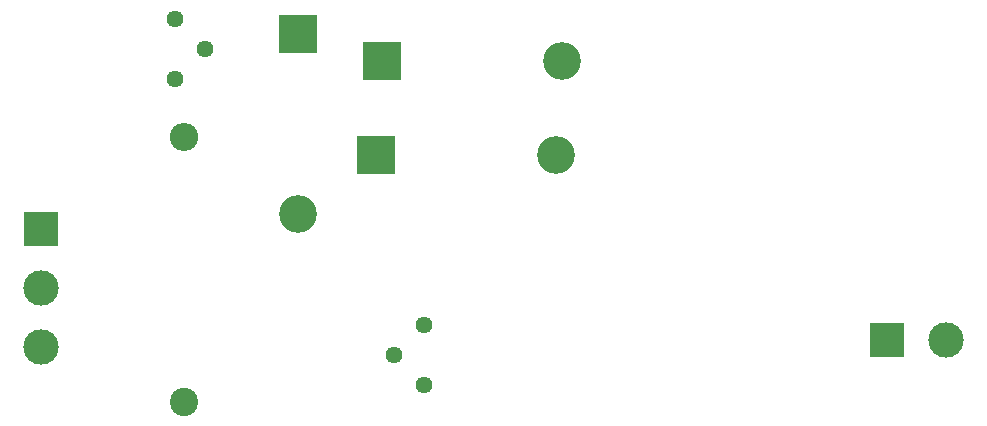
<source format=gbr>
%TF.GenerationSoftware,KiCad,Pcbnew,(5.1.10)-1*%
%TF.CreationDate,2021-08-31T13:48:21-07:00*%
%TF.ProjectId,Power Supply,506f7765-7220-4537-9570-706c792e6b69,rev?*%
%TF.SameCoordinates,Original*%
%TF.FileFunction,Soldermask,Bot*%
%TF.FilePolarity,Negative*%
%FSLAX46Y46*%
G04 Gerber Fmt 4.6, Leading zero omitted, Abs format (unit mm)*
G04 Created by KiCad (PCBNEW (5.1.10)-1) date 2021-08-31 13:48:21*
%MOMM*%
%LPD*%
G01*
G04 APERTURE LIST*
%ADD10C,1.440000*%
%ADD11O,2.400000X2.400000*%
%ADD12C,2.400000*%
%ADD13C,3.000000*%
%ADD14R,3.000000X3.000000*%
%ADD15O,3.200000X3.200000*%
%ADD16R,3.200000X3.200000*%
G04 APERTURE END LIST*
D10*
%TO.C,Current*%
X213360000Y-63373000D03*
X210820000Y-65913000D03*
X213360000Y-68453000D03*
%TD*%
%TO.C,Voltage*%
X192278000Y-42545000D03*
X194818000Y-40005000D03*
X192278000Y-37465000D03*
%TD*%
D11*
%TO.C,R5*%
X193040000Y-47498000D03*
D12*
X193040000Y-69898000D03*
%TD*%
D13*
%TO.C,GND    -     +*%
X180975000Y-65278000D03*
X180975000Y-60278000D03*
D14*
X180975000Y-55278000D03*
%TD*%
D13*
%TO.C,+     -*%
X257603000Y-64643000D03*
D14*
X252603000Y-64643000D03*
%TD*%
D15*
%TO.C,D4*%
X202692000Y-53975000D03*
D16*
X202692000Y-38735000D03*
%TD*%
D15*
%TO.C,D3*%
X225044000Y-41021000D03*
D16*
X209804000Y-41021000D03*
%TD*%
D15*
%TO.C,D2*%
X224536000Y-49022000D03*
D16*
X209296000Y-49022000D03*
%TD*%
M02*

</source>
